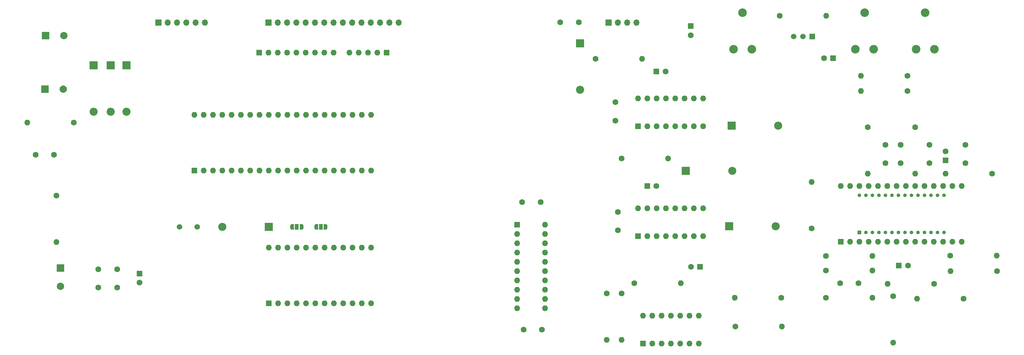
<source format=gbr>
G04 #@! TF.GenerationSoftware,KiCad,Pcbnew,(6.0.9)*
G04 #@! TF.CreationDate,2022-12-25T22:16:42-05:00*
G04 #@! TF.ProjectId,TSF_Soundboard,5453465f-536f-4756-9e64-626f6172642e,rev?*
G04 #@! TF.SameCoordinates,Original*
G04 #@! TF.FileFunction,Soldermask,Top*
G04 #@! TF.FilePolarity,Negative*
%FSLAX46Y46*%
G04 Gerber Fmt 4.6, Leading zero omitted, Abs format (unit mm)*
G04 Created by KiCad (PCBNEW (6.0.9)) date 2022-12-25 22:16:42*
%MOMM*%
%LPD*%
G01*
G04 APERTURE LIST*
G04 Aperture macros list*
%AMFreePoly0*
4,1,22,0.550000,-0.750000,0.000000,-0.750000,0.000000,-0.745033,-0.079941,-0.743568,-0.215256,-0.701293,-0.333266,-0.622738,-0.424486,-0.514219,-0.481581,-0.384460,-0.499164,-0.250000,-0.500000,-0.250000,-0.500000,0.250000,-0.499164,0.250000,-0.499963,0.256109,-0.478152,0.396186,-0.417904,0.524511,-0.324060,0.630769,-0.204165,0.706417,-0.067858,0.745374,0.000000,0.744959,0.000000,0.750000,
0.550000,0.750000,0.550000,-0.750000,0.550000,-0.750000,$1*%
%AMFreePoly1*
4,1,20,0.000000,0.744959,0.073905,0.744508,0.209726,0.703889,0.328688,0.626782,0.421226,0.519385,0.479903,0.390333,0.500000,0.250000,0.500000,-0.250000,0.499851,-0.262216,0.476331,-0.402017,0.414519,-0.529596,0.319384,-0.634700,0.198574,-0.708877,0.061801,-0.746166,0.000000,-0.745033,0.000000,-0.750000,-0.550000,-0.750000,-0.550000,0.750000,0.000000,0.750000,0.000000,0.744959,
0.000000,0.744959,$1*%
G04 Aperture macros list end*
%ADD10R,1.600000X1.600000*%
%ADD11O,1.600000X1.600000*%
%ADD12C,1.600000*%
%ADD13R,2.200000X2.200000*%
%ADD14O,2.200000X2.200000*%
%ADD15R,1.700000X1.700000*%
%ADD16O,1.700000X1.700000*%
%ADD17R,2.000000X2.000000*%
%ADD18C,2.000000*%
%ADD19FreePoly0,0.000000*%
%ADD20R,1.000000X1.500000*%
%ADD21FreePoly1,0.000000*%
%ADD22R,1.000000X1.000000*%
%ADD23O,1.000000X1.000000*%
%ADD24C,2.340000*%
%ADD25R,1.500000X1.500000*%
%ADD26C,1.500000*%
G04 APERTURE END LIST*
D10*
X215700000Y-91920000D03*
D11*
X218240000Y-91920000D03*
X220780000Y-91920000D03*
X223320000Y-91920000D03*
X225860000Y-91920000D03*
X228400000Y-91920000D03*
X230940000Y-91920000D03*
X233480000Y-91920000D03*
X233480000Y-84300000D03*
X230940000Y-84300000D03*
X228400000Y-84300000D03*
X225860000Y-84300000D03*
X223320000Y-84300000D03*
X220780000Y-84300000D03*
X218240000Y-84300000D03*
X215700000Y-84300000D03*
D12*
X209540000Y-55340000D03*
X209540000Y-60340000D03*
D13*
X240590000Y-89210000D03*
D14*
X253290000Y-89210000D03*
D12*
X68280000Y-101000000D03*
X68280000Y-106000000D03*
X204100000Y-43420000D03*
D11*
X216800000Y-43420000D03*
D10*
X220740000Y-46940000D03*
D12*
X223240000Y-46940000D03*
X287390000Y-72000000D03*
X287390000Y-67000000D03*
D15*
X84710000Y-33560000D03*
D16*
X87250000Y-33560000D03*
X89790000Y-33560000D03*
X92330000Y-33560000D03*
X94870000Y-33560000D03*
X97410000Y-33560000D03*
D10*
X299730000Y-71230000D03*
D12*
X299730000Y-68730000D03*
D13*
X67050000Y-45250000D03*
D14*
X67050000Y-57950000D03*
D12*
X305160000Y-72000000D03*
X305160000Y-67000000D03*
X61630000Y-60860000D03*
D11*
X48930000Y-60860000D03*
D13*
X114910000Y-89420000D03*
D14*
X102210000Y-89420000D03*
D10*
X94595000Y-74005000D03*
D11*
X97135000Y-74005000D03*
X99675000Y-74005000D03*
X102215000Y-74005000D03*
X104755000Y-74005000D03*
X107295000Y-74005000D03*
X109835000Y-74005000D03*
X112375000Y-74005000D03*
X114915000Y-74005000D03*
X117455000Y-74005000D03*
X119995000Y-74005000D03*
X122535000Y-74005000D03*
X125075000Y-74005000D03*
X127615000Y-74005000D03*
X130155000Y-74005000D03*
X132695000Y-74005000D03*
X135235000Y-74005000D03*
X137775000Y-74005000D03*
X140315000Y-74005000D03*
X142855000Y-74005000D03*
X142855000Y-58765000D03*
X140315000Y-58765000D03*
X137775000Y-58765000D03*
X135235000Y-58765000D03*
X132695000Y-58765000D03*
X130155000Y-58765000D03*
X127615000Y-58765000D03*
X125075000Y-58765000D03*
X122535000Y-58765000D03*
X119995000Y-58765000D03*
X117455000Y-58765000D03*
X114915000Y-58765000D03*
X112375000Y-58765000D03*
X109835000Y-58765000D03*
X107295000Y-58765000D03*
X104755000Y-58765000D03*
X102215000Y-58765000D03*
X99675000Y-58765000D03*
X97135000Y-58765000D03*
X94595000Y-58765000D03*
D12*
X289280000Y-52240000D03*
D11*
X276580000Y-52240000D03*
D12*
X254390000Y-31710000D03*
D11*
X267090000Y-31710000D03*
D17*
X53730000Y-51730000D03*
D18*
X58730000Y-51730000D03*
D12*
X189090000Y-82650000D03*
X184090000Y-82650000D03*
D19*
X127800000Y-89440000D03*
D20*
X129100000Y-89440000D03*
D21*
X130400000Y-89440000D03*
D12*
X313720000Y-101530000D03*
D11*
X301020000Y-101530000D03*
D17*
X53950000Y-37130000D03*
D18*
X58950000Y-37130000D03*
D12*
X73490000Y-101020000D03*
X73490000Y-106020000D03*
D13*
X76000000Y-45250000D03*
D14*
X76000000Y-57950000D03*
D12*
X285370000Y-108420000D03*
D11*
X285370000Y-121120000D03*
D10*
X79590000Y-102200000D03*
D12*
X79590000Y-104700000D03*
D10*
X271070000Y-93520000D03*
D22*
X276170000Y-90970000D03*
D11*
X273610000Y-93520000D03*
D23*
X277950000Y-90970000D03*
X279730000Y-90970000D03*
D11*
X276150000Y-93520000D03*
D23*
X281510000Y-90970000D03*
D11*
X278690000Y-93520000D03*
D23*
X283290000Y-90970000D03*
D11*
X281230000Y-93520000D03*
X283770000Y-93520000D03*
D23*
X285070000Y-90970000D03*
D11*
X286310000Y-93520000D03*
D23*
X286850000Y-90970000D03*
X288630000Y-90970000D03*
D11*
X288850000Y-93520000D03*
D23*
X290410000Y-90970000D03*
D11*
X291390000Y-93520000D03*
D23*
X292190000Y-90970000D03*
D11*
X293930000Y-93520000D03*
X296470000Y-93520000D03*
D23*
X293970000Y-90970000D03*
X295750000Y-90970000D03*
D11*
X299010000Y-93520000D03*
D23*
X297530000Y-90970000D03*
D11*
X301550000Y-93520000D03*
X304090000Y-93520000D03*
D23*
X299310000Y-90970000D03*
X299310000Y-80810000D03*
D11*
X304090000Y-78280000D03*
X301550000Y-78280000D03*
D23*
X297530000Y-80810000D03*
X295750000Y-80810000D03*
D11*
X299010000Y-78280000D03*
D23*
X293970000Y-80810000D03*
D11*
X296470000Y-78280000D03*
X293930000Y-78280000D03*
D23*
X292190000Y-80810000D03*
D11*
X291390000Y-78280000D03*
D23*
X290410000Y-80810000D03*
D11*
X288850000Y-78280000D03*
D23*
X288630000Y-80810000D03*
X286850000Y-80810000D03*
D11*
X286310000Y-78280000D03*
X283770000Y-78280000D03*
D23*
X285070000Y-80810000D03*
D11*
X281230000Y-78280000D03*
D23*
X283290000Y-80810000D03*
X281510000Y-80810000D03*
D11*
X278690000Y-78280000D03*
X276150000Y-78280000D03*
D23*
X279730000Y-80810000D03*
D11*
X273610000Y-78280000D03*
D23*
X277950000Y-80810000D03*
X276170000Y-80810000D03*
D11*
X271070000Y-78280000D03*
D12*
X56850000Y-80830000D03*
D11*
X56850000Y-93530000D03*
D13*
X199860000Y-39190000D03*
D14*
X199860000Y-51890000D03*
D24*
X246770000Y-40830000D03*
X244270000Y-30830000D03*
X241770000Y-40830000D03*
D12*
X301000000Y-97320000D03*
D11*
X313700000Y-97320000D03*
D13*
X228720000Y-74100000D03*
D14*
X241420000Y-74100000D03*
D25*
X263300000Y-37370000D03*
D26*
X260760000Y-37370000D03*
X258220000Y-37370000D03*
D10*
X217075000Y-121360000D03*
D11*
X219615000Y-121360000D03*
X222155000Y-121360000D03*
X224695000Y-121360000D03*
X227235000Y-121360000D03*
X229775000Y-121360000D03*
X232315000Y-121360000D03*
X232315000Y-113740000D03*
X229775000Y-113740000D03*
X227235000Y-113740000D03*
X224695000Y-113740000D03*
X222155000Y-113740000D03*
X219615000Y-113740000D03*
X217075000Y-113740000D03*
D12*
X266990000Y-108850000D03*
D11*
X279690000Y-108850000D03*
D10*
X232665112Y-100340000D03*
D12*
X230165112Y-100340000D03*
D10*
X182690000Y-88800000D03*
D11*
X182690000Y-91340000D03*
X182690000Y-93880000D03*
X182690000Y-96420000D03*
X182690000Y-98960000D03*
X182690000Y-101500000D03*
X182690000Y-104040000D03*
X182690000Y-106580000D03*
X182690000Y-109120000D03*
X182690000Y-111660000D03*
X190310000Y-111660000D03*
X190310000Y-109120000D03*
X190310000Y-106580000D03*
X190310000Y-104040000D03*
X190310000Y-101500000D03*
X190310000Y-98960000D03*
X190310000Y-96420000D03*
X190310000Y-93880000D03*
X190310000Y-91340000D03*
X190310000Y-88800000D03*
D12*
X278430000Y-62140000D03*
D11*
X278430000Y-74840000D03*
D10*
X269000000Y-43250000D03*
D12*
X266500000Y-43250000D03*
X291390000Y-62140000D03*
D11*
X291390000Y-74840000D03*
D26*
X95330000Y-89380000D03*
X90450000Y-89380000D03*
D12*
X189460000Y-117490000D03*
X184460000Y-117490000D03*
D17*
X58020000Y-100680000D03*
D18*
X58020000Y-105680000D03*
D12*
X270880000Y-104850000D03*
X275880000Y-104850000D03*
D10*
X147030000Y-41750000D03*
D11*
X144490000Y-41750000D03*
X141950000Y-41750000D03*
X139410000Y-41750000D03*
X136870000Y-41750000D03*
D10*
X286920000Y-99980000D03*
D12*
X289420000Y-99980000D03*
D10*
X218214888Y-78240000D03*
D12*
X220714888Y-78240000D03*
X210230000Y-85350000D03*
X210230000Y-90350000D03*
X254870000Y-108800000D03*
D11*
X242170000Y-108800000D03*
D10*
X230120000Y-34510000D03*
D12*
X230120000Y-37010000D03*
X211260000Y-107640000D03*
D11*
X211260000Y-120340000D03*
D13*
X241250000Y-61700000D03*
D14*
X253950000Y-61700000D03*
D12*
X289280000Y-48110000D03*
D11*
X276580000Y-48110000D03*
D12*
X263130000Y-89810000D03*
D11*
X263130000Y-77110000D03*
D10*
X215700000Y-61940000D03*
D11*
X218240000Y-61940000D03*
X220780000Y-61940000D03*
X223320000Y-61940000D03*
X225860000Y-61940000D03*
X228400000Y-61940000D03*
X230940000Y-61940000D03*
X233480000Y-61940000D03*
X233480000Y-54320000D03*
X230940000Y-54320000D03*
X228400000Y-54320000D03*
X225860000Y-54320000D03*
X223320000Y-54320000D03*
X220780000Y-54320000D03*
X218240000Y-54320000D03*
X215700000Y-54320000D03*
D12*
X304600000Y-109070000D03*
D11*
X291900000Y-109070000D03*
D12*
X295280000Y-72000000D03*
X295280000Y-67000000D03*
X214700000Y-104850000D03*
D11*
X227400000Y-104850000D03*
D12*
X312440000Y-74900000D03*
D11*
X299740000Y-74900000D03*
D10*
X114900000Y-110340000D03*
D11*
X117440000Y-110340000D03*
X119980000Y-110340000D03*
X122520000Y-110340000D03*
X125060000Y-110340000D03*
X127600000Y-110340000D03*
X130140000Y-110340000D03*
X132680000Y-110340000D03*
X135220000Y-110340000D03*
X137760000Y-110340000D03*
X140300000Y-110340000D03*
X142840000Y-110340000D03*
X142840000Y-95100000D03*
X140300000Y-95100000D03*
X137760000Y-95100000D03*
X135220000Y-95100000D03*
X132680000Y-95100000D03*
X130140000Y-95100000D03*
X127600000Y-95100000D03*
X125060000Y-95100000D03*
X122520000Y-95100000D03*
X119980000Y-95100000D03*
X117440000Y-95100000D03*
X114900000Y-95100000D03*
D12*
X199500000Y-33490000D03*
X194500000Y-33490000D03*
X211240000Y-70730000D03*
D11*
X223940000Y-70730000D03*
D15*
X114830000Y-33560000D03*
D16*
X117370000Y-33560000D03*
X119910000Y-33560000D03*
X122450000Y-33560000D03*
X124990000Y-33560000D03*
X127530000Y-33560000D03*
X130070000Y-33560000D03*
X132610000Y-33560000D03*
X135150000Y-33560000D03*
X137690000Y-33560000D03*
X140230000Y-33560000D03*
X142770000Y-33560000D03*
X145310000Y-33560000D03*
X147850000Y-33560000D03*
X150390000Y-33560000D03*
D13*
X71690000Y-45250000D03*
D14*
X71690000Y-57950000D03*
D24*
X296630000Y-40830000D03*
X294130000Y-30830000D03*
X291630000Y-40830000D03*
D19*
X121220000Y-89440000D03*
D20*
X122520000Y-89440000D03*
D21*
X123820000Y-89440000D03*
D12*
X242290000Y-116650000D03*
D11*
X254990000Y-116650000D03*
D12*
X283270000Y-72000000D03*
X283270000Y-67000000D03*
D15*
X207710000Y-33560000D03*
D16*
X210250000Y-33560000D03*
X212790000Y-33560000D03*
X215330000Y-33560000D03*
D12*
X266990000Y-101380000D03*
D11*
X279690000Y-101380000D03*
D24*
X280080000Y-40830000D03*
X277580000Y-30830000D03*
X275080000Y-40830000D03*
D12*
X51220000Y-69710000D03*
X56220000Y-69710000D03*
X207190000Y-107640000D03*
D11*
X207190000Y-120340000D03*
D12*
X296560000Y-104960000D03*
D11*
X283860000Y-104960000D03*
D12*
X266990000Y-97380000D03*
D11*
X279690000Y-97380000D03*
D10*
X112285000Y-41750000D03*
D11*
X114825000Y-41750000D03*
X117365000Y-41750000D03*
X119905000Y-41750000D03*
X122445000Y-41750000D03*
X124985000Y-41750000D03*
X127525000Y-41750000D03*
X130065000Y-41750000D03*
X132605000Y-41750000D03*
M02*

</source>
